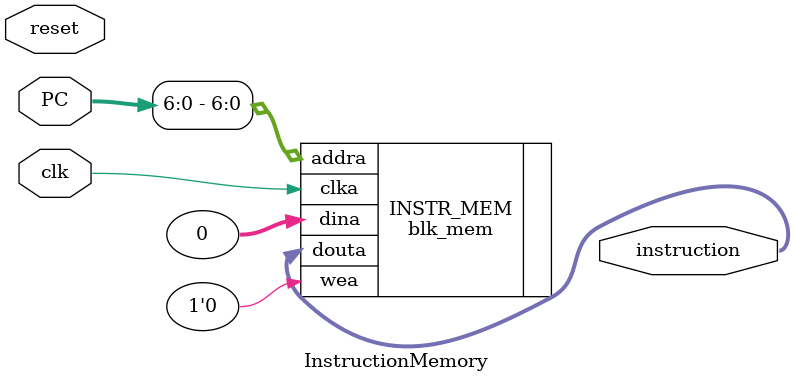
<source format=v>
`timescale 1ns / 1ps
 
module InstructionMemory(instruction,PC,reset,clk);
    inout clk,reset;
    input [31:0] PC;
    output [31:0] instruction;
    
     blk_mem INSTR_MEM(
      .clka(clk),         
      .wea(1'b0),      
      .addra(PC[6:0]),  
      .dina(0),    
      .douta(instruction)  
    );

//     Instruction encoding for summation of first 10 natural numbers
//     IMEM[0] = 32'b00010000000100000000000000000000; // LD R[1],0(R[0])
//     IMEM[1] = 32'b00000011000000000000000000011100; // R[3] = 0
//     IMEM[2] = 32'b00000011000100110000000000000000; // R[3] = R[3] + R[1]
//     IMEM[3] = 32'b00000001000100000000000000110000; // R[1] = R[1] + 1
//     IMEM[4] = 32'b00000001001000000000000101110001; // R[2] = R[1] - 11
//     IMEM[5] = 32'b01010010000000000000000001000000; // if(R[2] == 0) branch to 7
//     IMEM[6] = 32'b01100000000000000000000000000010; // branch to 2
//     IMEM[7] = 32'b10010000000000000000000000000000; // Halt

//      Instruction to divide two N-bit integers using non-restoring divison algorithm
//     0 :   LD R[1],0(R[0])              // contains the number of bits in two integers(N)
//     1 :   LD R[2],1(R[0])              // contains Dividend(Q)
//     2 :   LD R[3],2(R[0])              // contains Divisor(M)
//     3 :   MOVE R[4],R[1]               // used as a counter
//     4 :   MOVE R[5],R[2]               // used for computation of quotients and remainders in R[5]
//     5 :   BZ R[4],18                   // PC <= PC+18 if (R[4] = 0)
//     6 :   SUBI R[4],R[4],1             // Decrease the counter
//     7 :   SLT R[6],R[5],R[0]           // R[6] = (R[5] < R[0])? 1 : 0
//     8 :   BZ  R[6],7                   // PC <= PC+7 if (R[6] = 0)
//     9 :   SLLI R[5],R[5],1             // if the number is negative, assign R[5] = 2*R[5] + (M << N)
//    10 :   SLL  R[7],R[3],R[1]          // R[7] = (M << N)  
//    11 :   ADD  R[5],R[5],R[7]          // R[5] = R[5] + (M << N)
//    12 :   SLT R[6],R[5],R[0]           // R[6] = (R[5] < R[0])? 1 : 0
//    13 :   BZ  R[6],8                   // if the number is positive, R[5][0:0] = 1
//    14 :   BR   5                       // jump to 5
//    15 :   SLLI R[5],R[5],1             // if the number is positive, assign R[5] = 2*R[5] - (M << N)
//    16 :   SLL  R[7],R[3],R[1]          // R[7] = (M << N)  
//    17 :   SUB  R[5],R[5],R[7]          // R[5] = R[5] + (M << N)
//    18 :   SLT R[6],R[5],R[0]           // R[6] = (R[5] < R[0])? 1 : 0
//    19 :   BZ  R[6],2                   // if the number is positive, R[5][0:0] = 1
//    20 :   BR   5                       // jump to 5
//    21 :   ADDI R[5],R[5],1             // Making R[5][0:0] = 1
//    22 :   BR 5                         // jump to 5
//    23 :   SLT R[6],R[5],R[0]           // Correction step if (R[5] < 0)
//    24 :   BZ R[6],3                    // if(R[5] >= 0) jump to HALT
//    25 :   SLL  R[7],R[3],R[1]          // R[7] = (M << N)  
//    26 :   ADD R[5],R[5],R[7]           // R[5] = R[5] + (M << N)
//    27 :   HALT                         // Halt the program

//        Instruction to multiply two N-bit numbers using BOOTH's Mulitplication
//    0 :    LD R[1],0(R[0])                // contains N
//    1 :    LD R[2],1(R[0])                // contains the Mulitplier(Q)
//    2 :    LD R[3],2(R[0])                // contains the Multiplicant(M)
//    3 :    MOVE R[4],R[1]                 // used as a counter
//    4 :    MOVE R[5],R[2]                 // For performing calucations of the partial_pdt
//    5 :    SLLI R[5],R[5],1               // R[5][0:0] is used as Q(-1)
//    6 :    BZ R[4],21                     // if (R[4] = 0) jump to HALT
//    7 :    SUBI R[4],R[4],1               // Decrement the counter
//    8 :    ANDI R[6],R[5],1               // To get R[5][0:0]
//    9 :    ANDI R[7],R[5],2               // To get R[5][1:1]
//   10 :    SRLI R[7],R[7],1               // R[7] = R[7] >> 1
//   11 :    XOR R[8],R[6],R[7]             // partial_pdt[1] ^ partial_pdt[0]
//   12 :    BZ R[8],13                     // PC <= PC + 13 if(R[8] = 0) 
//   13 :    SUBI R[7],R[7],1               // R[7] = R[7] - 1
//   14 :    BZ R[7],6                      // PC <= PC + 6 if(R[7] = 0)
//   15 :    ADDI R[6],R[1],1               // R[6] = R[1] + 1
//   16 :    SLL  R[7],R[3],R[6]            // R[7] = (M << (N+1))
//   17 :    ADD  R[5],R[5],R[7]            // R[5] = R[5] + R[7]
//   18 :    SRAI R[5],R[5],1               // SHIFT_RIGHT_ARITH(R[5],1)
//   19 :    BR   6                         // jump to 6
//   20 :    ADDI R[6],R[1],1               // R[6] = R[1] + 1
//   21 :    SLL  R[7],R[3],R[6]            // R[7] = (M << (N+1))
//   22 :    SUB  R[5],R[5],R[7]            // R[5] = R[5] - R[7]
//   23 :    SRAI R[5],R[5],1               // SHIFT_RIGHT_ARITH(R[5],1)
//   24 :    BR   6                         // jump to 6
//   25 :    SRAI R[5],R[5],1               // SHIFT_RIGHT_ARITH(R[5],1)
//   26 :    BR   6                         // jump to 6
//   27 :    HALT                           // Halt
        
//        Instruction to do insertion sort of 10 numbers
//      0:        MOVE R[1],R[0]              // For counter (i) for the outer loop
//      1:        SUBI R[2],R[1],1 0          // R[2] = R[1] - 10
//      2:        BZ R[2],16                  // PC <= PC + 16 if(R[2] == 0)
//      3:        LD R[2],0(R[1])             // R[2] = MEM[R[1]+0] 
//      4:        MOVE R[3],R[0]              // R[3] <= R[0] (counter(j) for the second loop)
//      5:        SUB R[4],R[3],R[ 1]         // R[4] =  R[3] - R[1]
//      6:        BZ R[4], 7                  // PC  <=PC + 7 if(R[4] == 0)
//      7:        LD R[2],0(R[1])             // R[2] = MEM[R[1] + 0]
//      8:        LD R[4],0(R[3])             // R[4] = MEM[R[3] + 0]
//      9:        SUB R[5],R[2],R[4]          // R[5] = R[2] - R[4]
//     10:        BMI R[5],5                  // PC <= PC + 5 if(R[5] < 0)
//     11:        ADDI R[3],R[3],1            // R[3] = R[3] + 1
//     12:        BR 5                        // jump to 5
//     13:        ADDI R[1],R[1],1            // R[1] = R[1] + 1
//     14:        BR  1                       // jump to 1
//     15:        ST R[2],0(R[3])             // swap the numbers  MEM[R[3] + 0] <= R[2]
//     16:        ST R[4],0(R[1])             // MEM[R[1] + 0] <= R[4]
//     17:        BR 11                       // jump to 11
//     18:        LD R[11],0(R[0])            // R[11] <= MEM[R[0] + 0]
//     19:        LD R[11],1(R[0])            // R[11] <= MEM[R[0] + 1]
//     20:        LD R[11],2(R[0])            // R[11] <= MEM[R[0] + 2]
//     21:        LD R[11],3(R[0])            // R[11] <= MEM[R[0] + 3]
//     22:        LD R[11],4(R[0])            // R[11] <= MEM[R[0] + 4]
//     23:        LD R[11],5(R[0])            // R[11] <= MEM[R[0] + 5]
//     24:        LD R[11],6(R[0])            // R[11] <= MEM[R[0] + 6]
//     25:        LD R[11],7(R[0])            // R[11] <= MEM[R[0] + 7]
//     26:        LD R[11],8(R[0])            // R[11] <= MEM[R[0] + 8]
//     27:        LD R[11],9(R[0])            // R[11] <= MEM[R[0] + 9]
//     28:        HALT                        // Halt

//        Instruction to check HAM and CMOV
//        LD R[1],0(R[0])
//        LD R[2],1(R[0])
//        HAM R[3],R[1]
//        HAM R[4],R[2]
//        CMOV R[5],R[3],R[4]
//        HALT

endmodule

</source>
